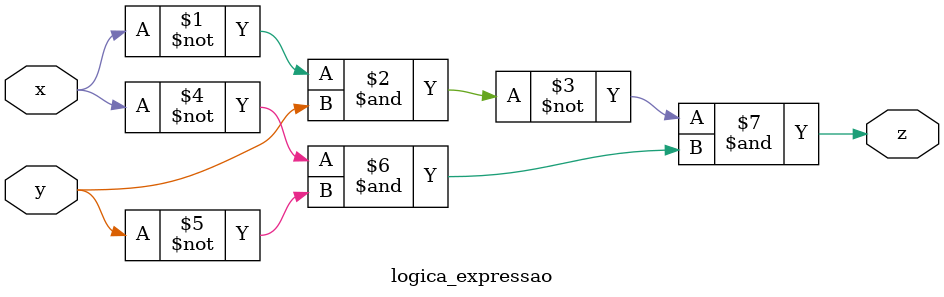
<source format=v>

module logica_expressao (
  input wire x,  // Entrada 'x'
  input wire y,  // Entrada 'y'
  output wire z  // Saída 'z'
);

  // Expressão: (x'.y)' . (x'.y')
  assign z = ~((~x & y)) & (~x & ~y);

endmodule

</source>
